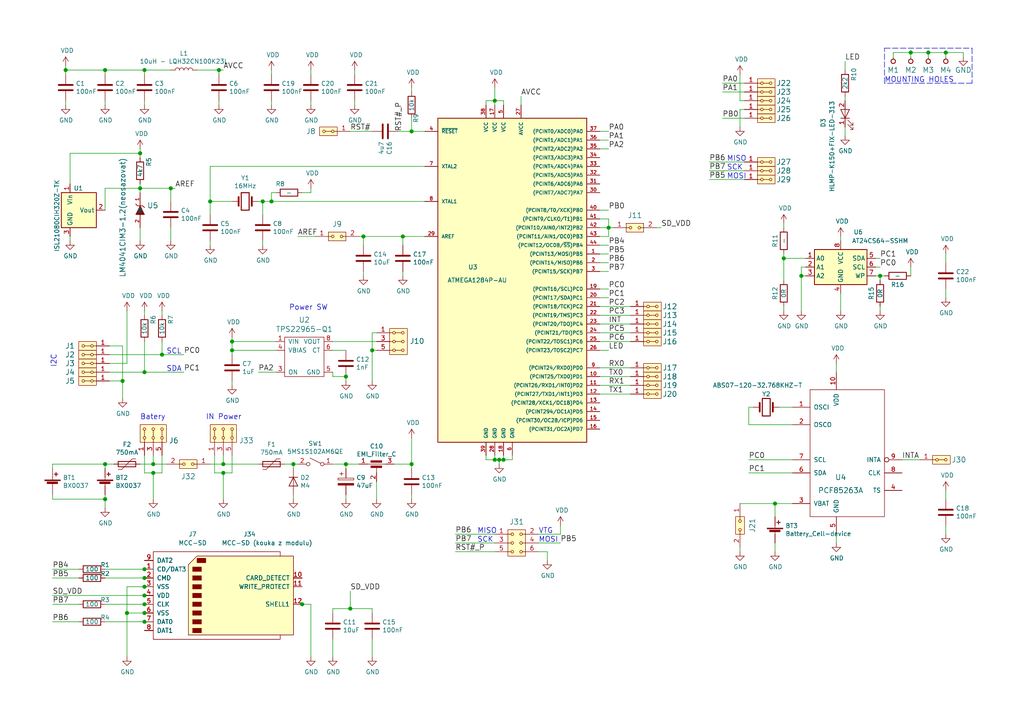
<source format=kicad_sch>
(kicad_sch (version 20201015) (generator eeschema)
  (page 1 1)
  (paper "A4")
  (title_block (title "NAME") (date "%F") (rev "REV") (company "Mlab www.mlab.cz") (comment 1 "VERSION") (comment 2 "Short description \\nTwo lines are maximum") (comment 3 "nickname <email@example.com>") (comment 4 "BSD"))
  (junction (at 19.05 20.32) (diameter 1.016))
  (junction (at 30.48 20.32) (diameter 1.016))
  (junction (at 30.48 134.62) (diameter 1.016))
  (junction (at 30.48 144.78) (diameter 1.016))
  (junction (at 35.56 110.49) (diameter 1.016))
  (junction (at 36.83 177.8) (diameter 1.016))
  (junction (at 40.64 44.45) (diameter 1.016))
  (junction (at 40.64 54.61) (diameter 1.016))
  (junction (at 41.91 20.32) (diameter 1.016))
  (junction (at 41.91 107.95) (diameter 1.016))
  (junction (at 41.91 165.1) (diameter 1.016))
  (junction (at 41.91 167.64) (diameter 1.016))
  (junction (at 41.91 170.18) (diameter 1.016))
  (junction (at 41.91 172.72) (diameter 1.016))
  (junction (at 41.91 175.26) (diameter 1.016))
  (junction (at 41.91 177.8) (diameter 1.016))
  (junction (at 41.91 180.34) (diameter 1.016))
  (junction (at 44.45 134.62) (diameter 1.016))
  (junction (at 44.45 137.16) (diameter 1.016))
  (junction (at 46.99 102.87) (diameter 1.016))
  (junction (at 49.53 54.61) (diameter 1.016))
  (junction (at 60.96 58.42) (diameter 1.016))
  (junction (at 63.5 20.32) (diameter 1.016))
  (junction (at 64.77 134.62) (diameter 1.016))
  (junction (at 64.77 137.16) (diameter 1.016))
  (junction (at 67.31 99.06) (diameter 1.016))
  (junction (at 67.31 101.6) (diameter 1.016))
  (junction (at 76.2 58.42) (diameter 1.016))
  (junction (at 78.74 58.42) (diameter 1.016))
  (junction (at 85.09 134.62) (diameter 1.016))
  (junction (at 87.63 175.26) (diameter 1.016))
  (junction (at 100.33 109.22) (diameter 1.016))
  (junction (at 100.33 134.62) (diameter 1.016))
  (junction (at 101.6 176.53) (diameter 1.016))
  (junction (at 105.41 68.58) (diameter 1.016))
  (junction (at 107.95 101.6) (diameter 1.016))
  (junction (at 116.84 68.58) (diameter 1.016))
  (junction (at 119.38 38.1) (diameter 1.016))
  (junction (at 119.38 134.62) (diameter 1.016))
  (junction (at 143.51 29.21) (diameter 1.016))
  (junction (at 143.51 133.35) (diameter 1.016))
  (junction (at 144.78 133.35) (diameter 1.016))
  (junction (at 146.05 133.35) (diameter 1.016))
  (junction (at 176.53 66.04) (diameter 1.016))
  (junction (at 224.79 146.05) (diameter 1.016))
  (junction (at 227.33 74.93) (diameter 1.016))
  (junction (at 232.41 80.01) (diameter 1.016))
  (junction (at 255.27 80.01) (diameter 1.016))
  (junction (at 264.16 15.24) (diameter 1.016))
  (junction (at 269.24 15.24) (diameter 1.016))
  (junction (at 274.32 15.24) (diameter 1.016))
  (wire (pts (xy 15.24 134.62) (xy 30.48 134.62)))
  (wire (pts (xy 15.24 135.89) (xy 15.24 134.62)))
  (wire (pts (xy 15.24 143.51) (xy 15.24 144.78)))
  (wire (pts (xy 15.24 144.78) (xy 30.48 144.78)))
  (wire (pts (xy 15.24 172.72) (xy 41.91 172.72)))
  (wire (pts (xy 19.05 20.32) (xy 19.05 19.05)))
  (wire (pts (xy 19.05 20.32) (xy 30.48 20.32)))
  (wire (pts (xy 19.05 21.59) (xy 19.05 20.32)))
  (wire (pts (xy 19.05 30.48) (xy 19.05 29.21)))
  (wire (pts (xy 20.32 44.45) (xy 20.32 53.34)))
  (wire (pts (xy 20.32 69.85) (xy 20.32 68.58)))
  (wire (pts (xy 22.86 165.1) (xy 15.24 165.1)))
  (wire (pts (xy 22.86 167.64) (xy 15.24 167.64)))
  (wire (pts (xy 22.86 175.26) (xy 15.24 175.26)))
  (wire (pts (xy 22.86 180.34) (xy 15.24 180.34)))
  (wire (pts (xy 30.48 20.32) (xy 41.91 20.32)))
  (wire (pts (xy 30.48 21.59) (xy 30.48 20.32)))
  (wire (pts (xy 30.48 30.48) (xy 30.48 29.21)))
  (wire (pts (xy 30.48 54.61) (xy 30.48 60.96)))
  (wire (pts (xy 30.48 54.61) (xy 40.64 54.61)))
  (wire (pts (xy 30.48 134.62) (xy 33.02 134.62)))
  (wire (pts (xy 30.48 135.89) (xy 30.48 134.62)))
  (wire (pts (xy 30.48 143.51) (xy 30.48 144.78)))
  (wire (pts (xy 30.48 147.32) (xy 30.48 144.78)))
  (wire (pts (xy 30.48 165.1) (xy 41.91 165.1)))
  (wire (pts (xy 30.48 167.64) (xy 41.91 167.64)))
  (wire (pts (xy 30.48 175.26) (xy 41.91 175.26)))
  (wire (pts (xy 30.48 180.34) (xy 41.91 180.34)))
  (wire (pts (xy 31.75 100.33) (xy 35.56 100.33)))
  (wire (pts (xy 31.75 102.87) (xy 46.99 102.87)))
  (wire (pts (xy 31.75 105.41) (xy 36.83 105.41)))
  (wire (pts (xy 31.75 107.95) (xy 41.91 107.95)))
  (wire (pts (xy 31.75 110.49) (xy 35.56 110.49)))
  (wire (pts (xy 35.56 100.33) (xy 35.56 110.49)))
  (wire (pts (xy 35.56 110.49) (xy 35.56 115.57)))
  (wire (pts (xy 36.83 90.17) (xy 36.83 105.41)))
  (wire (pts (xy 36.83 170.18) (xy 36.83 177.8)))
  (wire (pts (xy 36.83 177.8) (xy 36.83 190.5)))
  (wire (pts (xy 40.64 44.45) (xy 20.32 44.45)))
  (wire (pts (xy 40.64 44.45) (xy 40.64 43.18)))
  (wire (pts (xy 40.64 45.72) (xy 40.64 44.45)))
  (wire (pts (xy 40.64 54.61) (xy 40.64 53.34)))
  (wire (pts (xy 40.64 54.61) (xy 49.53 54.61)))
  (wire (pts (xy 40.64 55.88) (xy 40.64 54.61)))
  (wire (pts (xy 40.64 69.85) (xy 40.64 66.04)))
  (wire (pts (xy 40.64 134.62) (xy 44.45 134.62)))
  (wire (pts (xy 41.91 20.32) (xy 49.53 20.32)))
  (wire (pts (xy 41.91 21.59) (xy 41.91 20.32)))
  (wire (pts (xy 41.91 30.48) (xy 41.91 29.21)))
  (wire (pts (xy 41.91 90.17) (xy 41.91 91.44)))
  (wire (pts (xy 41.91 99.06) (xy 41.91 107.95)))
  (wire (pts (xy 41.91 107.95) (xy 53.34 107.95)))
  (wire (pts (xy 41.91 132.08) (xy 41.91 137.16)))
  (wire (pts (xy 41.91 137.16) (xy 44.45 137.16)))
  (wire (pts (xy 41.91 170.18) (xy 36.83 170.18)))
  (wire (pts (xy 41.91 177.8) (xy 36.83 177.8)))
  (wire (pts (xy 44.45 132.08) (xy 44.45 134.62)))
  (wire (pts (xy 44.45 134.62) (xy 48.26 134.62)))
  (wire (pts (xy 44.45 137.16) (xy 46.99 137.16)))
  (wire (pts (xy 44.45 144.78) (xy 44.45 137.16)))
  (wire (pts (xy 46.99 90.17) (xy 46.99 91.44)))
  (wire (pts (xy 46.99 99.06) (xy 46.99 102.87)))
  (wire (pts (xy 46.99 102.87) (xy 53.34 102.87)))
  (wire (pts (xy 46.99 137.16) (xy 46.99 132.08)))
  (wire (pts (xy 49.53 54.61) (xy 49.53 58.42)))
  (wire (pts (xy 49.53 54.61) (xy 50.8 54.61)))
  (wire (pts (xy 49.53 69.85) (xy 49.53 66.04)))
  (wire (pts (xy 57.15 20.32) (xy 63.5 20.32)))
  (wire (pts (xy 60.96 48.26) (xy 60.96 58.42)))
  (wire (pts (xy 60.96 48.26) (xy 123.19 48.26)))
  (wire (pts (xy 60.96 58.42) (xy 60.96 62.23)))
  (wire (pts (xy 60.96 71.12) (xy 60.96 69.85)))
  (wire (pts (xy 60.96 134.62) (xy 64.77 134.62)))
  (wire (pts (xy 62.23 132.08) (xy 62.23 137.16)))
  (wire (pts (xy 62.23 137.16) (xy 64.77 137.16)))
  (wire (pts (xy 63.5 20.32) (xy 63.5 21.59)))
  (wire (pts (xy 63.5 30.48) (xy 63.5 29.21)))
  (wire (pts (xy 64.77 20.32) (xy 63.5 20.32)))
  (wire (pts (xy 64.77 132.08) (xy 64.77 134.62)))
  (wire (pts (xy 64.77 134.62) (xy 74.93 134.62)))
  (wire (pts (xy 64.77 137.16) (xy 64.77 144.78)))
  (wire (pts (xy 64.77 137.16) (xy 67.31 137.16)))
  (wire (pts (xy 67.31 58.42) (xy 60.96 58.42)))
  (wire (pts (xy 67.31 97.79) (xy 67.31 99.06)))
  (wire (pts (xy 67.31 99.06) (xy 67.31 101.6)))
  (wire (pts (xy 67.31 99.06) (xy 80.01 99.06)))
  (wire (pts (xy 67.31 101.6) (xy 67.31 102.87)))
  (wire (pts (xy 67.31 101.6) (xy 80.01 101.6)))
  (wire (pts (xy 67.31 111.76) (xy 67.31 110.49)))
  (wire (pts (xy 67.31 137.16) (xy 67.31 132.08)))
  (wire (pts (xy 76.2 58.42) (xy 74.93 58.42)))
  (wire (pts (xy 76.2 58.42) (xy 76.2 62.23)))
  (wire (pts (xy 76.2 58.42) (xy 78.74 58.42)))
  (wire (pts (xy 76.2 71.12) (xy 76.2 69.85)))
  (wire (pts (xy 78.74 20.32) (xy 78.74 21.59)))
  (wire (pts (xy 78.74 30.48) (xy 78.74 29.21)))
  (wire (pts (xy 78.74 55.88) (xy 80.01 55.88)))
  (wire (pts (xy 78.74 58.42) (xy 78.74 55.88)))
  (wire (pts (xy 78.74 58.42) (xy 123.19 58.42)))
  (wire (pts (xy 80.01 107.95) (xy 74.93 107.95)))
  (wire (pts (xy 82.55 134.62) (xy 85.09 134.62)))
  (wire (pts (xy 85.09 134.62) (xy 86.36 134.62)))
  (wire (pts (xy 85.09 135.89) (xy 85.09 134.62)))
  (wire (pts (xy 85.09 144.78) (xy 85.09 143.51)))
  (wire (pts (xy 87.63 55.88) (xy 90.17 55.88)))
  (wire (pts (xy 87.63 175.26) (xy 90.17 175.26)))
  (wire (pts (xy 90.17 20.32) (xy 90.17 21.59)))
  (wire (pts (xy 90.17 30.48) (xy 90.17 29.21)))
  (wire (pts (xy 90.17 55.88) (xy 90.17 54.61)))
  (wire (pts (xy 90.17 175.26) (xy 90.17 190.5)))
  (wire (pts (xy 91.44 68.58) (xy 86.36 68.58)))
  (wire (pts (xy 96.52 99.06) (xy 109.22 99.06)))
  (wire (pts (xy 96.52 101.6) (xy 100.33 101.6)))
  (wire (pts (xy 96.52 107.95) (xy 96.52 109.22)))
  (wire (pts (xy 96.52 109.22) (xy 100.33 109.22)))
  (wire (pts (xy 96.52 134.62) (xy 100.33 134.62)))
  (wire (pts (xy 96.52 176.53) (xy 101.6 176.53)))
  (wire (pts (xy 96.52 177.8) (xy 96.52 176.53)))
  (wire (pts (xy 96.52 190.5) (xy 96.52 185.42)))
  (wire (pts (xy 100.33 110.49) (xy 100.33 109.22)))
  (wire (pts (xy 100.33 134.62) (xy 104.14 134.62)))
  (wire (pts (xy 100.33 135.89) (xy 100.33 134.62)))
  (wire (pts (xy 100.33 143.51) (xy 100.33 144.78)))
  (wire (pts (xy 101.6 38.1) (xy 107.95 38.1)))
  (wire (pts (xy 101.6 176.53) (xy 101.6 171.45)))
  (wire (pts (xy 101.6 176.53) (xy 107.95 176.53)))
  (wire (pts (xy 102.87 20.32) (xy 102.87 21.59)))
  (wire (pts (xy 102.87 30.48) (xy 102.87 29.21)))
  (wire (pts (xy 104.14 68.58) (xy 105.41 68.58)))
  (wire (pts (xy 105.41 68.58) (xy 105.41 71.12)))
  (wire (pts (xy 105.41 68.58) (xy 116.84 68.58)))
  (wire (pts (xy 105.41 80.01) (xy 105.41 78.74)))
  (wire (pts (xy 107.95 96.52) (xy 107.95 101.6)))
  (wire (pts (xy 107.95 101.6) (xy 107.95 110.49)))
  (wire (pts (xy 107.95 176.53) (xy 107.95 177.8)))
  (wire (pts (xy 107.95 185.42) (xy 107.95 190.5)))
  (wire (pts (xy 109.22 96.52) (xy 107.95 96.52)))
  (wire (pts (xy 109.22 101.6) (xy 107.95 101.6)))
  (wire (pts (xy 109.22 139.7) (xy 109.22 144.78)))
  (wire (pts (xy 114.3 134.62) (xy 119.38 134.62)))
  (wire (pts (xy 115.57 38.1) (xy 119.38 38.1)))
  (wire (pts (xy 116.84 68.58) (xy 123.19 68.58)))
  (wire (pts (xy 116.84 71.12) (xy 116.84 68.58)))
  (wire (pts (xy 116.84 80.01) (xy 116.84 78.74)))
  (wire (pts (xy 119.38 26.67) (xy 119.38 25.4)))
  (wire (pts (xy 119.38 34.29) (xy 119.38 38.1)))
  (wire (pts (xy 119.38 38.1) (xy 123.19 38.1)))
  (wire (pts (xy 119.38 127) (xy 119.38 134.62)))
  (wire (pts (xy 119.38 134.62) (xy 119.38 135.89)))
  (wire (pts (xy 119.38 144.78) (xy 119.38 143.51)))
  (wire (pts (xy 132.08 154.94) (xy 143.51 154.94)))
  (wire (pts (xy 132.08 157.48) (xy 143.51 157.48)))
  (wire (pts (xy 132.08 160.02) (xy 143.51 160.02)))
  (wire (pts (xy 140.97 29.21) (xy 143.51 29.21)))
  (wire (pts (xy 140.97 30.48) (xy 140.97 29.21)))
  (wire (pts (xy 140.97 132.08) (xy 140.97 133.35)))
  (wire (pts (xy 140.97 133.35) (xy 143.51 133.35)))
  (wire (pts (xy 143.51 29.21) (xy 143.51 25.4)))
  (wire (pts (xy 143.51 29.21) (xy 146.05 29.21)))
  (wire (pts (xy 143.51 30.48) (xy 143.51 29.21)))
  (wire (pts (xy 143.51 132.08) (xy 143.51 133.35)))
  (wire (pts (xy 143.51 133.35) (xy 144.78 133.35)))
  (wire (pts (xy 144.78 133.35) (xy 146.05 133.35)))
  (wire (pts (xy 144.78 134.62) (xy 144.78 133.35)))
  (wire (pts (xy 146.05 29.21) (xy 146.05 30.48)))
  (wire (pts (xy 146.05 132.08) (xy 146.05 133.35)))
  (wire (pts (xy 146.05 133.35) (xy 148.59 133.35)))
  (wire (pts (xy 148.59 133.35) (xy 148.59 132.08)))
  (wire (pts (xy 151.13 30.48) (xy 151.13 27.94)))
  (wire (pts (xy 156.21 154.94) (xy 162.56 154.94)))
  (wire (pts (xy 156.21 157.48) (xy 162.56 157.48)))
  (wire (pts (xy 156.21 160.02) (xy 158.75 160.02)))
  (wire (pts (xy 158.75 160.02) (xy 158.75 162.56)))
  (wire (pts (xy 162.56 154.94) (xy 162.56 152.4)))
  (wire (pts (xy 173.99 38.1) (xy 176.53 38.1)))
  (wire (pts (xy 173.99 40.64) (xy 176.53 40.64)))
  (wire (pts (xy 173.99 43.18) (xy 176.53 43.18)))
  (wire (pts (xy 173.99 60.96) (xy 176.53 60.96)))
  (wire (pts (xy 173.99 63.5) (xy 176.53 63.5)))
  (wire (pts (xy 173.99 66.04) (xy 176.53 66.04)))
  (wire (pts (xy 173.99 71.12) (xy 176.53 71.12)))
  (wire (pts (xy 173.99 73.66) (xy 176.53 73.66)))
  (wire (pts (xy 173.99 76.2) (xy 176.53 76.2)))
  (wire (pts (xy 173.99 78.74) (xy 176.53 78.74)))
  (wire (pts (xy 173.99 83.82) (xy 176.53 83.82)))
  (wire (pts (xy 173.99 86.36) (xy 176.53 86.36)))
  (wire (pts (xy 173.99 88.9) (xy 182.88 88.9)))
  (wire (pts (xy 173.99 91.44) (xy 182.88 91.44)))
  (wire (pts (xy 173.99 93.98) (xy 182.88 93.98)))
  (wire (pts (xy 173.99 96.52) (xy 182.88 96.52)))
  (wire (pts (xy 173.99 99.06) (xy 182.88 99.06)))
  (wire (pts (xy 173.99 101.6) (xy 176.53 101.6)))
  (wire (pts (xy 173.99 106.68) (xy 182.88 106.68)))
  (wire (pts (xy 173.99 109.22) (xy 182.88 109.22)))
  (wire (pts (xy 173.99 111.76) (xy 182.88 111.76)))
  (wire (pts (xy 173.99 114.3) (xy 182.88 114.3)))
  (wire (pts (xy 176.53 63.5) (xy 176.53 66.04)))
  (wire (pts (xy 176.53 66.04) (xy 176.53 68.58)))
  (wire (pts (xy 176.53 66.04) (xy 177.8 66.04)))
  (wire (pts (xy 176.53 68.58) (xy 173.99 68.58)))
  (wire (pts (xy 190.5 66.04) (xy 191.77 66.04)))
  (wire (pts (xy 205.74 46.99) (xy 215.9 46.99)))
  (wire (pts (xy 205.74 49.53) (xy 215.9 49.53)))
  (wire (pts (xy 205.74 52.07) (xy 215.9 52.07)))
  (wire (pts (xy 209.55 24.13) (xy 215.9 24.13)))
  (wire (pts (xy 209.55 26.67) (xy 215.9 26.67)))
  (wire (pts (xy 209.55 34.29) (xy 215.9 34.29)))
  (wire (pts (xy 214.63 29.21) (xy 214.63 21.59)))
  (wire (pts (xy 214.63 31.75) (xy 214.63 36.83)))
  (wire (pts (xy 214.63 146.05) (xy 224.79 146.05)))
  (wire (pts (xy 214.63 160.02) (xy 214.63 158.75)))
  (wire (pts (xy 215.9 29.21) (xy 214.63 29.21)))
  (wire (pts (xy 215.9 31.75) (xy 214.63 31.75)))
  (wire (pts (xy 217.17 118.11) (xy 217.17 123.19)))
  (wire (pts (xy 217.17 123.19) (xy 229.87 123.19)))
  (wire (pts (xy 217.17 137.16) (xy 229.87 137.16)))
  (wire (pts (xy 218.44 118.11) (xy 217.17 118.11)))
  (wire (pts (xy 224.79 146.05) (xy 229.87 146.05)))
  (wire (pts (xy 224.79 149.86) (xy 224.79 146.05)))
  (wire (pts (xy 224.79 160.02) (xy 224.79 157.48)))
  (wire (pts (xy 227.33 64.77) (xy 227.33 66.04)))
  (wire (pts (xy 227.33 73.66) (xy 227.33 74.93)))
  (wire (pts (xy 227.33 74.93) (xy 227.33 81.28)))
  (wire (pts (xy 227.33 90.17) (xy 227.33 88.9)))
  (wire (pts (xy 229.87 118.11) (xy 226.06 118.11)))
  (wire (pts (xy 229.87 133.35) (xy 217.17 133.35)))
  (wire (pts (xy 232.41 77.47) (xy 232.41 80.01)))
  (wire (pts (xy 232.41 80.01) (xy 232.41 90.17)))
  (wire (pts (xy 233.68 74.93) (xy 227.33 74.93)))
  (wire (pts (xy 233.68 77.47) (xy 232.41 77.47)))
  (wire (pts (xy 233.68 80.01) (xy 232.41 80.01)))
  (wire (pts (xy 242.57 107.95) (xy 242.57 105.41)))
  (wire (pts (xy 242.57 157.48) (xy 242.57 154.94)))
  (wire (pts (xy 243.84 69.85) (xy 243.84 68.58)))
  (wire (pts (xy 243.84 85.09) (xy 243.84 90.17)))
  (wire (pts (xy 245.11 20.32) (xy 245.11 17.78)))
  (wire (pts (xy 245.11 29.21) (xy 245.11 27.94)))
  (wire (pts (xy 245.11 39.37) (xy 245.11 36.83)))
  (wire (pts (xy 254 74.93) (xy 255.27 74.93)))
  (wire (pts (xy 254 77.47) (xy 255.27 77.47)))
  (wire (pts (xy 254 80.01) (xy 255.27 80.01)))
  (wire (pts (xy 255.27 80.01) (xy 256.54 80.01)))
  (wire (pts (xy 255.27 81.28) (xy 255.27 80.01)))
  (wire (pts (xy 255.27 90.17) (xy 255.27 88.9)))
  (wire (pts (xy 259.08 15.24) (xy 259.08 16.51)))
  (wire (pts (xy 261.62 133.35) (xy 266.7 133.35)))
  (wire (pts (xy 264.16 15.24) (xy 259.08 15.24)))
  (wire (pts (xy 264.16 16.51) (xy 264.16 15.24)))
  (wire (pts (xy 264.16 77.47) (xy 264.16 80.01)))
  (wire (pts (xy 269.24 15.24) (xy 264.16 15.24)))
  (wire (pts (xy 269.24 16.51) (xy 269.24 15.24)))
  (wire (pts (xy 274.32 15.24) (xy 269.24 15.24)))
  (wire (pts (xy 274.32 16.51) (xy 274.32 15.24)))
  (wire (pts (xy 274.32 73.66) (xy 274.32 76.2)))
  (wire (pts (xy 274.32 83.82) (xy 274.32 86.36)))
  (wire (pts (xy 274.32 142.24) (xy 274.32 144.78)))
  (wire (pts (xy 274.32 152.4) (xy 274.32 154.94)))
  (wire (pts (xy 279.4 15.24) (xy 274.32 15.24)))
  (wire (pts (xy 279.4 16.51) (xy 279.4 15.24)))
  (polyline (pts (xy 256.54 13.97) (xy 281.94 13.97)) (stroke (width 0) (type dash)))
  (polyline (pts (xy 256.54 24.13) (xy 256.54 13.97)) (stroke (width 0) (type dash)))
  (polyline (pts (xy 281.94 13.97) (xy 281.94 24.13)) (stroke (width 0) (type dash)))
  (polyline (pts (xy 281.94 24.13) (xy 256.54 24.13)) (stroke (width 0) (type dash)))
  (text "I2C" (at 16.51 106.68 90) (effects (font (size 1.524 1.524)) (justify left bottom)))
  (text "Batery" (at 40.64 121.92 0) (effects (font (size 1.524 1.524)) (justify left bottom)))
  (text "SCL" (at 48.26 102.87 0) (effects (font (size 1.524 1.524)) (justify left bottom)))
  (text "SDA" (at 48.26 107.95 0) (effects (font (size 1.524 1.524)) (justify left bottom)))
  (text "IN Power " (at 59.69 121.92 0) (effects (font (size 1.524 1.524)) (justify left bottom)))
  (text "Power SW" (at 83.82 90.17 0) (effects (font (size 1.524 1.524)) (justify left bottom)))
  (text "MISO" (at 138.43 154.94 0) (effects (font (size 1.524 1.524)) (justify left bottom)))
  (text "SCK" (at 138.43 157.48 0) (effects (font (size 1.524 1.524)) (justify left bottom)))
  (text "VTG" (at 156.21 154.94 0) (effects (font (size 1.524 1.524)) (justify left bottom)))
  (text "MOSI" (at 156.21 157.48 0) (effects (font (size 1.524 1.524)) (justify left bottom)))
  (text "MISO" (at 210.82 46.99 0) (effects (font (size 1.524 1.524)) (justify left bottom)))
  (text "SCK" (at 210.82 49.53 0) (effects (font (size 1.524 1.524)) (justify left bottom)))
  (text "MOSI" (at 210.82 52.07 0) (effects (font (size 1.524 1.524)) (justify left bottom)))
  (text "MOUNTING HOLES" (at 256.54 24.13 0) (effects (font (size 1.524 1.524)) (justify left bottom)))
  (label "PB4" (at 15.24 165.1 0) (effects (font (size 1.524 1.524))))
  (label "PB5" (at 15.24 167.64 0) (effects (font (size 1.524 1.524))))
  (label "SD_VDD" (at 15.24 172.72 0) (effects (font (size 1.524 1.524))))
  (label "PB7" (at 15.24 175.26 0) (effects (font (size 1.524 1.524))))
  (label "PB6" (at 15.24 180.34 0) (effects (font (size 1.524 1.524))))
  (label "AREF" (at 50.8 54.61 0) (effects (font (size 1.524 1.524))))
  (label "PC0" (at 53.34 102.87 0) (effects (font (size 1.524 1.524))))
  (label "PC1" (at 53.34 107.95 0) (effects (font (size 1.524 1.524))))
  (label "AVCC" (at 64.77 20.32 0) (effects (font (size 1.524 1.524))))
  (label "PA2" (at 74.93 107.95 0) (effects (font (size 1.524 1.524))))
  (label "AREF" (at 86.36 68.58 0) (effects (font (size 1.524 1.524))))
  (label "RST#" (at 101.6 38.1 0) (effects (font (size 1.524 1.524))))
  (label "SD_VDD" (at 101.6 171.45 0) (effects (font (size 1.524 1.524))))
  (label "RST#_P" (at 116.84 38.1 90) (effects (font (size 1.524 1.524))))
  (label "PB6" (at 132.08 154.94 0) (effects (font (size 1.524 1.524))))
  (label "PB7" (at 132.08 157.48 0) (effects (font (size 1.524 1.524))))
  (label "RST#_P" (at 132.08 160.02 0) (effects (font (size 1.524 1.524))))
  (label "AVCC" (at 151.13 27.94 0) (effects (font (size 1.524 1.524))))
  (label "PB5" (at 162.56 157.48 0) (effects (font (size 1.524 1.524))))
  (label "PA0" (at 176.53 38.1 0) (effects (font (size 1.524 1.524))))
  (label "PA1" (at 176.53 40.64 0) (effects (font (size 1.524 1.524))))
  (label "PA2" (at 176.53 43.18 0) (effects (font (size 1.524 1.524))))
  (label "PB0" (at 176.53 60.96 0) (effects (font (size 1.524 1.524))))
  (label "PB4" (at 176.53 71.12 0) (effects (font (size 1.524 1.524))))
  (label "PB5" (at 176.53 73.66 0) (effects (font (size 1.524 1.524))))
  (label "PB6" (at 176.53 76.2 0) (effects (font (size 1.524 1.524))))
  (label "PB7" (at 176.53 78.74 0) (effects (font (size 1.524 1.524))))
  (label "PC0" (at 176.53 83.82 0) (effects (font (size 1.524 1.524))))
  (label "PC1" (at 176.53 86.36 0) (effects (font (size 1.524 1.524))))
  (label "PC2" (at 176.53 88.9 0) (effects (font (size 1.524 1.524))))
  (label "PC3" (at 176.53 91.44 0) (effects (font (size 1.524 1.524))))
  (label "INT" (at 176.53 93.98 0) (effects (font (size 1.524 1.524))))
  (label "PC5" (at 176.53 96.52 0) (effects (font (size 1.524 1.524))))
  (label "PC6" (at 176.53 99.06 0) (effects (font (size 1.524 1.524))))
  (label "LED" (at 176.53 101.6 0) (effects (font (size 1.524 1.524))))
  (label "RX0" (at 176.53 106.68 0) (effects (font (size 1.524 1.524))))
  (label "TX0" (at 176.53 109.22 0) (effects (font (size 1.524 1.524))))
  (label "RX1" (at 176.53 111.76 0) (effects (font (size 1.524 1.524))))
  (label "TX1" (at 176.53 114.3 0) (effects (font (size 1.524 1.524))))
  (label "SD_VDD" (at 191.77 66.04 0) (effects (font (size 1.524 1.524))))
  (label "PB6" (at 205.74 46.99 0) (effects (font (size 1.524 1.524))))
  (label "PB7" (at 205.74 49.53 0) (effects (font (size 1.524 1.524))))
  (label "PB5" (at 205.74 52.07 0) (effects (font (size 1.524 1.524))))
  (label "PA0" (at 209.55 24.13 0) (effects (font (size 1.524 1.524))))
  (label "PA1" (at 209.55 26.67 0) (effects (font (size 1.524 1.524))))
  (label "PB0" (at 209.55 34.29 0) (effects (font (size 1.524 1.524))))
  (label "PC0" (at 217.17 133.35 0) (effects (font (size 1.524 1.524))))
  (label "PC1" (at 217.17 137.16 0) (effects (font (size 1.524 1.524))))
  (label "LED" (at 245.11 17.78 0) (effects (font (size 1.524 1.524))))
  (label "PC1" (at 255.27 74.93 0) (effects (font (size 1.524 1.524))))
  (label "PC0" (at 255.27 77.47 0) (effects (font (size 1.524 1.524))))
  (label "INTA" (at 261.62 133.35 0) (effects (font (size 1.524 1.524))))
  (symbol (lib_id "DATALOGGER01A-rescue:HOLE-MLAB_MECHANICAL") (at 259.08 17.78 90) (unit 1)
    (property "Reference" "M1" (at 259.08 20.32 90) (effects (font (size 1.524 1.524))))
    (property "Value" "HOLE" (effects hide))
    (property "Footprint" "Mlab_Mechanical:MountingHole_3mm" (effects hide))
  )
  (symbol (lib_id "DATALOGGER01A-rescue:HOLE-MLAB_MECHANICAL") (at 264.16 17.78 90) (unit 1)
    (property "Reference" "M2" (at 264.16 20.32 90) (effects (font (size 1.524 1.524))))
    (property "Value" "HOLE" (effects hide))
    (property "Footprint" "Mlab_Mechanical:MountingHole_3mm" (effects hide))
  )
  (symbol (lib_id "DATALOGGER01A-rescue:HOLE-MLAB_MECHANICAL") (at 269.24 17.78 90) (unit 1)
    (property "Reference" "M3" (at 269.24 20.32 90) (effects (font (size 1.524 1.524))))
    (property "Value" "HOLE" (effects hide))
    (property "Footprint" "Mlab_Mechanical:MountingHole_3mm" (effects hide))
  )
  (symbol (lib_id "DATALOGGER01A-rescue:HOLE-MLAB_MECHANICAL") (at 274.32 17.78 90) (unit 1)
    (property "Reference" "M4" (at 274.32 20.32 90) (effects (font (size 1.524 1.524))))
    (property "Value" "HOLE" (effects hide))
    (property "Footprint" "Mlab_Mechanical:MountingHole_3mm" (effects hide))
  )
  (symbol (lib_id "power:VDD") (at 19.05 19.05 0) (unit 1)
    (property "Reference" "#PWR014" (effects hide))
    (property "Value" "VDD" (at 19.4818 14.6558 0))
  )
  (symbol (lib_id "power:VDD") (at 36.83 90.17 0) (unit 1)
    (property "Reference" "#PWR06" (effects hide))
    (property "Value" "VDD" (at 37.2618 85.7758 0))
  )
  (symbol (lib_id "power:VDD") (at 40.64 43.18 0) (unit 1)
    (property "Reference" "#PWR032" (effects hide))
    (property "Value" "VDD" (at 41.0718 38.7858 0))
  )
  (symbol (lib_id "power:VDD") (at 41.91 90.17 0) (unit 1)
    (property "Reference" "#PWR025" (effects hide))
    (property "Value" "VDD" (at 42.3418 85.7758 0))
  )
  (symbol (lib_id "power:VDD") (at 46.99 90.17 0) (unit 1)
    (property "Reference" "#PWR026" (effects hide))
    (property "Value" "VDD" (at 47.4218 85.7758 0))
  )
  (symbol (lib_id "power:VDD") (at 67.31 97.79 0) (unit 1)
    (property "Reference" "#PWR038" (effects hide))
    (property "Value" "VDD" (at 67.7418 93.3958 0))
  )
  (symbol (lib_id "power:VDD") (at 78.74 20.32 0) (unit 1)
    (property "Reference" "#PWR0104" (effects hide))
    (property "Value" "VDD" (at 79.1718 15.9258 0))
  )
  (symbol (lib_id "power:VDD") (at 90.17 20.32 0) (unit 1)
    (property "Reference" "#PWR0106" (effects hide))
    (property "Value" "VDD" (at 90.6018 15.9258 0))
  )
  (symbol (lib_id "power:VDD") (at 90.17 54.61 0) (unit 1)
    (property "Reference" "#PWR019" (effects hide))
    (property "Value" "VDD" (at 90.6018 50.2158 0))
  )
  (symbol (lib_id "power:VDD") (at 102.87 20.32 0) (unit 1)
    (property "Reference" "#PWR0108" (effects hide))
    (property "Value" "VDD" (at 103.3018 15.9258 0))
  )
  (symbol (lib_id "power:VDD") (at 119.38 25.4 0) (unit 1)
    (property "Reference" "#PWR012" (effects hide))
    (property "Value" "VDD" (at 119.8118 21.0058 0))
  )
  (symbol (lib_id "power:VDD") (at 119.38 127 0) (unit 1)
    (property "Reference" "#PWR041" (effects hide))
    (property "Value" "VDD" (at 119.8118 122.6058 0))
  )
  (symbol (lib_id "power:VDD") (at 143.51 25.4 0) (unit 1)
    (property "Reference" "#PWR013" (effects hide))
    (property "Value" "VDD" (at 143.9418 21.0058 0))
  )
  (symbol (lib_id "power:VDD") (at 162.56 152.4 0) (unit 1)
    (property "Reference" "#PWR0101" (effects hide))
    (property "Value" "VDD" (at 162.9918 148.0058 0))
  )
  (symbol (lib_id "power:VDD") (at 214.63 21.59 0) (unit 1)
    (property "Reference" "#PWR08" (effects hide))
    (property "Value" "VDD" (at 215.0618 17.1958 0))
  )
  (symbol (lib_id "power:VDD") (at 227.33 64.77 0) (unit 1)
    (property "Reference" "#PWR057" (effects hide))
    (property "Value" "VDD" (at 227.7618 60.3758 0))
  )
  (symbol (lib_id "power:VDD") (at 242.57 105.41 0) (unit 1)
    (property "Reference" "#PWR027" (effects hide))
    (property "Value" "VDD" (at 243.0018 101.0158 0))
  )
  (symbol (lib_id "power:VDD") (at 243.84 68.58 0) (unit 1)
    (property "Reference" "#PWR050" (effects hide))
    (property "Value" "VDD" (at 244.2718 64.1858 0))
  )
  (symbol (lib_id "power:VDD") (at 264.16 77.47 0) (unit 1)
    (property "Reference" "#PWR052" (effects hide))
    (property "Value" "VDD" (at 264.5918 73.0758 0))
  )
  (symbol (lib_id "power:VDD") (at 274.32 73.66 0) (unit 1)
    (property "Reference" "#PWR049" (effects hide))
    (property "Value" "VDD" (at 274.7518 69.2658 0))
  )
  (symbol (lib_id "power:VDD") (at 274.32 142.24 0) (unit 1)
    (property "Reference" "#PWR031" (effects hide))
    (property "Value" "VDD" (at 274.7518 137.8458 0))
  )
  (symbol (lib_id "DATALOGGER01A-rescue:L-device") (at 53.34 20.32 90) (unit 1)
    (property "Reference" "L1" (at 53.34 15.494 90))
    (property "Value" "10uH - LQH32CN100K23L" (at 53.34 17.8054 90))
    (property "Footprint" "Mlab_R:SMD-1210" (effects hide))
  )
  (symbol (lib_id "power:GND") (at 19.05 30.48 0) (unit 1)
    (property "Reference" "#PWR015" (effects hide))
    (property "Value" "GND" (at 19.177 34.8742 0))
  )
  (symbol (lib_id "power:GND") (at 20.32 69.85 0) (unit 1)
    (property "Reference" "#PWR033" (effects hide))
    (property "Value" "GND" (at 20.447 74.2442 0))
  )
  (symbol (lib_id "power:GND") (at 30.48 30.48 0) (unit 1)
    (property "Reference" "#PWR016" (effects hide))
    (property "Value" "GND" (at 30.607 34.8742 0))
  )
  (symbol (lib_id "power:GND") (at 30.48 147.32 0) (unit 1)
    (property "Reference" "#PWR040" (effects hide))
    (property "Value" "GND" (at 30.607 151.7142 0))
  )
  (symbol (lib_id "power:GND") (at 35.56 115.57 0) (unit 1)
    (property "Reference" "#PWR07" (effects hide))
    (property "Value" "GND" (at 35.687 119.9642 0))
  )
  (symbol (lib_id "power:GND") (at 36.83 190.5 0) (unit 1)
    (property "Reference" "#PWR01" (effects hide))
    (property "Value" "GND" (at 36.957 194.8942 0))
  )
  (symbol (lib_id "power:GND") (at 40.64 69.85 0) (unit 1)
    (property "Reference" "#PWR034" (effects hide))
    (property "Value" "GND" (at 40.767 74.2442 0))
  )
  (symbol (lib_id "power:GND") (at 41.91 30.48 0) (unit 1)
    (property "Reference" "#PWR017" (effects hide))
    (property "Value" "GND" (at 42.037 34.8742 0))
  )
  (symbol (lib_id "power:GND") (at 44.45 144.78 0) (unit 1)
    (property "Reference" "#PWR042" (effects hide))
    (property "Value" "GND" (at 44.577 149.1742 0))
  )
  (symbol (lib_id "power:GND") (at 49.53 69.85 0) (unit 1)
    (property "Reference" "#PWR035" (effects hide))
    (property "Value" "GND" (at 49.657 74.2442 0))
  )
  (symbol (lib_id "power:GND") (at 60.96 71.12 0) (unit 1)
    (property "Reference" "#PWR022" (effects hide))
    (property "Value" "GND" (at 61.087 75.5142 0))
  )
  (symbol (lib_id "power:GND") (at 63.5 30.48 0) (unit 1)
    (property "Reference" "#PWR018" (effects hide))
    (property "Value" "GND" (at 63.627 34.8742 0))
  )
  (symbol (lib_id "power:GND") (at 64.77 144.78 0) (unit 1)
    (property "Reference" "#PWR020" (effects hide))
    (property "Value" "GND" (at 64.897 149.1742 0))
  )
  (symbol (lib_id "power:GND") (at 67.31 111.76 0) (unit 1)
    (property "Reference" "#PWR039" (effects hide))
    (property "Value" "GND" (at 67.437 116.1542 0))
  )
  (symbol (lib_id "power:GND") (at 76.2 71.12 0) (unit 1)
    (property "Reference" "#PWR021" (effects hide))
    (property "Value" "GND" (at 76.327 75.5142 0))
  )
  (symbol (lib_id "power:GND") (at 78.74 30.48 0) (unit 1)
    (property "Reference" "#PWR0103" (effects hide))
    (property "Value" "GND" (at 78.867 34.8742 0))
  )
  (symbol (lib_id "power:GND") (at 85.09 144.78 0) (unit 1)
    (property "Reference" "#PWR043" (effects hide))
    (property "Value" "GND" (at 85.217 149.1742 0))
  )
  (symbol (lib_id "power:GND") (at 90.17 30.48 0) (unit 1)
    (property "Reference" "#PWR0105" (effects hide))
    (property "Value" "GND" (at 90.297 34.8742 0))
  )
  (symbol (lib_id "power:GND") (at 90.17 190.5 0) (unit 1)
    (property "Reference" "#PWR02" (effects hide))
    (property "Value" "GND" (at 90.297 194.8942 0))
  )
  (symbol (lib_id "power:GND") (at 96.52 190.5 0) (unit 1)
    (property "Reference" "#PWR04" (effects hide))
    (property "Value" "GND" (at 96.647 194.8942 0))
  )
  (symbol (lib_id "power:GND") (at 100.33 110.49 0) (unit 1)
    (property "Reference" "#PWR037" (effects hide))
    (property "Value" "GND" (at 100.457 114.8842 0))
  )
  (symbol (lib_id "power:GND") (at 100.33 144.78 0) (unit 1)
    (property "Reference" "#PWR044" (effects hide))
    (property "Value" "GND" (at 100.457 149.1742 0))
  )
  (symbol (lib_id "power:GND") (at 102.87 30.48 0) (unit 1)
    (property "Reference" "#PWR0107" (effects hide))
    (property "Value" "GND" (at 102.997 34.8742 0))
  )
  (symbol (lib_id "power:GND") (at 105.41 80.01 0) (unit 1)
    (property "Reference" "#PWR011" (effects hide))
    (property "Value" "GND" (at 105.537 84.4042 0))
  )
  (symbol (lib_id "power:GND") (at 107.95 110.49 0) (unit 1)
    (property "Reference" "#PWR047" (effects hide))
    (property "Value" "GND" (at 108.077 114.8842 0))
  )
  (symbol (lib_id "power:GND") (at 107.95 190.5 0) (unit 1)
    (property "Reference" "#PWR05" (effects hide))
    (property "Value" "GND" (at 108.077 194.8942 0))
  )
  (symbol (lib_id "power:GND") (at 109.22 144.78 0) (unit 1)
    (property "Reference" "#PWR046" (effects hide))
    (property "Value" "GND" (at 109.347 149.1742 0))
  )
  (symbol (lib_id "power:GND") (at 116.84 80.01 0) (unit 1)
    (property "Reference" "#PWR010" (effects hide))
    (property "Value" "GND" (at 116.967 84.4042 0))
  )
  (symbol (lib_id "power:GND") (at 119.38 144.78 0) (unit 1)
    (property "Reference" "#PWR045" (effects hide))
    (property "Value" "GND" (at 119.507 149.1742 0))
  )
  (symbol (lib_id "power:GND") (at 144.78 134.62 0) (unit 1)
    (property "Reference" "#PWR024" (effects hide))
    (property "Value" "GND" (at 144.907 139.0142 0))
  )
  (symbol (lib_id "power:GND") (at 158.75 162.56 0) (unit 1)
    (property "Reference" "#PWR0102" (effects hide))
    (property "Value" "GND" (at 158.877 166.9542 0))
  )
  (symbol (lib_id "power:GND") (at 214.63 36.83 0) (unit 1)
    (property "Reference" "#PWR09" (effects hide))
    (property "Value" "GND" (at 214.757 41.2242 0))
  )
  (symbol (lib_id "power:GND") (at 214.63 160.02 0) (unit 1)
    (property "Reference" "#PWR036" (effects hide))
    (property "Value" "GND" (at 214.757 164.4142 0))
  )
  (symbol (lib_id "power:GND") (at 224.79 160.02 0) (unit 1)
    (property "Reference" "#PWR029" (effects hide))
    (property "Value" "GND" (at 224.917 164.4142 0))
  )
  (symbol (lib_id "power:GND") (at 227.33 90.17 0) (unit 1)
    (property "Reference" "#PWR055" (effects hide))
    (property "Value" "GND" (at 227.457 94.5642 0))
  )
  (symbol (lib_id "power:GND") (at 232.41 90.17 0) (unit 1)
    (property "Reference" "#PWR056" (effects hide))
    (property "Value" "GND" (at 232.537 94.5642 0))
  )
  (symbol (lib_id "power:GND") (at 242.57 157.48 0) (unit 1)
    (property "Reference" "#PWR028" (effects hide))
    (property "Value" "GND" (at 242.697 161.8742 0))
  )
  (symbol (lib_id "power:GND") (at 243.84 90.17 0) (unit 1)
    (property "Reference" "#PWR051" (effects hide))
    (property "Value" "GND" (at 243.967 94.5642 0))
  )
  (symbol (lib_id "power:GND") (at 245.11 39.37 0) (unit 1)
    (property "Reference" "#PWR023" (effects hide))
    (property "Value" "GND" (at 245.237 43.7642 0))
  )
  (symbol (lib_id "power:GND") (at 255.27 90.17 0) (unit 1)
    (property "Reference" "#PWR053" (effects hide))
    (property "Value" "GND" (at 255.397 94.5642 0))
  )
  (symbol (lib_id "power:GND") (at 274.32 86.36 0) (unit 1)
    (property "Reference" "#PWR048" (effects hide))
    (property "Value" "GND" (at 274.447 90.7542 0))
  )
  (symbol (lib_id "power:GND") (at 274.32 154.94 0) (unit 1)
    (property "Reference" "#PWR030" (effects hide))
    (property "Value" "GND" (at 274.447 159.3342 0))
  )
  (symbol (lib_id "power:GND") (at 279.4 16.51 0) (unit 1)
    (property "Reference" "#PWR03" (effects hide))
    (property "Value" "GND" (at 279.4 20.32 0) (effects (font (size 1.524 1.524))))
  )
  (symbol (lib_id "DATALOGGER01A-rescue:R-device") (at 26.67 165.1 270) (unit 1)
    (property "Reference" "R1" (at 30.48 163.83 90))
    (property "Value" "100" (at 26.67 165.1 90))
    (property "Footprint" "Mlab_R:SMD-0805" (effects hide))
  )
  (symbol (lib_id "DATALOGGER01A-rescue:R-device") (at 26.67 167.64 270) (unit 1)
    (property "Reference" "R2" (at 30.48 166.37 90))
    (property "Value" "100" (at 26.67 167.64 90))
    (property "Footprint" "Mlab_R:SMD-0805" (effects hide))
  )
  (symbol (lib_id "DATALOGGER01A-rescue:R-device") (at 26.67 175.26 270) (unit 1)
    (property "Reference" "R3" (at 30.48 173.99 90))
    (property "Value" "100" (at 26.67 175.26 90))
    (property "Footprint" "Mlab_R:SMD-0805" (effects hide))
  )
  (symbol (lib_id "DATALOGGER01A-rescue:R-device") (at 26.67 180.34 270) (unit 1)
    (property "Reference" "R4" (at 30.48 179.07 90))
    (property "Value" "100" (at 26.67 180.34 90))
    (property "Footprint" "Mlab_R:SMD-0805" (effects hide))
  )
  (symbol (lib_id "DATALOGGER01A-rescue:R-device") (at 40.64 49.53 180) (unit 1)
    (property "Reference" "R5" (at 43.18 46.99 90))
    (property "Value" "4k7" (at 40.64 49.53 90))
    (property "Footprint" "Mlab_R:SMD-0805" (effects hide))
  )
  (symbol (lib_id "DATALOGGER01A-rescue:R-device") (at 41.91 95.25 180) (unit 1)
    (property "Reference" "R6" (at 44.45 92.71 90))
    (property "Value" "10k" (at 41.91 95.25 90))
    (property "Footprint" "Mlab_R:SMD-0805" (effects hide))
  )
  (symbol (lib_id "DATALOGGER01A-rescue:R-device") (at 46.99 95.25 180) (unit 1)
    (property "Reference" "R7" (at 49.53 92.71 90))
    (property "Value" "10k" (at 46.99 95.25 90))
    (property "Footprint" "Mlab_R:SMD-0805" (effects hide))
  )
  (symbol (lib_id "DATALOGGER01A-rescue:R-device") (at 83.82 55.88 270) (unit 1)
    (property "Reference" "R8" (at 81.28 53.34 90))
    (property "Value" "-" (at 83.82 55.88 90))
    (property "Footprint" "Mlab_R:SMD-0805" (effects hide))
  )
  (symbol (lib_id "DATALOGGER01A-rescue:R-device") (at 119.38 30.48 180) (unit 1)
    (property "Reference" "R9" (at 120.65 34.29 90))
    (property "Value" "10k" (at 119.38 30.48 90))
    (property "Footprint" "Mlab_R:SMD-0805" (effects hide))
  )
  (symbol (lib_id "DATALOGGER01A-rescue:R-device") (at 227.33 69.85 0) (unit 1)
    (property "Reference" "R11" (at 224.79 69.85 90))
    (property "Value" "-" (at 227.33 69.85 90))
    (property "Footprint" "Mlab_R:SMD-0805" (effects hide))
  )
  (symbol (lib_id "DATALOGGER01A-rescue:R-device") (at 227.33 85.09 180) (unit 1)
    (property "Reference" "R12" (at 224.79 85.09 90))
    (property "Value" "0R" (at 227.33 85.09 90))
    (property "Footprint" "Mlab_R:SMD-0805" (effects hide))
  )
  (symbol (lib_id "DATALOGGER01A-rescue:R-device") (at 245.11 24.13 180) (unit 1)
    (property "Reference" "R10" (at 247.65 21.59 90))
    (property "Value" "2k2" (at 245.11 24.13 90))
    (property "Footprint" "Mlab_R:SMD-0805" (effects hide))
  )
  (symbol (lib_id "DATALOGGER01A-rescue:R-device") (at 255.27 85.09 180) (unit 1)
    (property "Reference" "R15" (at 252.73 85.09 90))
    (property "Value" "0R" (at 255.27 85.09 90))
    (property "Footprint" "Mlab_R:SMD-0805" (effects hide))
  )
  (symbol (lib_id "DATALOGGER01A-rescue:R-device") (at 260.35 80.01 90) (unit 1)
    (property "Reference" "R16" (at 260.35 82.55 90))
    (property "Value" "-" (at 260.35 80.01 90))
    (property "Footprint" "Mlab_R:SMD-0805" (effects hide))
  )
  (symbol (lib_id "DATALOGGER01A-rescue:D-device") (at 85.09 139.7 270) (unit 1)
    (property "Reference" "D2" (at 87.0966 138.5316 90) (effects (justify left)))
    (property "Value" "M4" (at 87.0966 140.843 90) (effects (justify left)))
    (property "Footprint" "Mlab_D:SMA_Standard" (effects hide))
  )
  (symbol (lib_id "DATALOGGER01A-rescue:Polyfuse-device") (at 36.83 134.62 270) (unit 1)
    (property "Reference" "F2" (at 36.83 128.905 90))
    (property "Value" "750mA" (at 36.83 131.2164 90))
    (property "Footprint" "Mlab_F:1812" (effects hide))
  )
  (symbol (lib_id "DATALOGGER01A-rescue:Polyfuse-device") (at 78.74 134.62 270) (unit 1)
    (property "Reference" "F1" (at 78.74 128.905 90))
    (property "Value" "750mA" (at 78.74 131.2164 90))
    (property "Footprint" "Mlab_F:1812" (effects hide))
  )
  (symbol (lib_id "DATALOGGER01A-rescue:HEADER_2x01_PARALLEL-MLAB_HEADER") (at 25.4 100.33 180) (unit 1)
    (property "Reference" "J1" (at 20.32 100.33 0) (effects (font (size 1.524 1.524))))
    (property "Value" "HEADER_2x01_PARALLEL" (effects hide))
    (property "Footprint" "Mlab_Pin_Headers:Straight_2x01" (effects hide))
  )
  (symbol (lib_id "DATALOGGER01A-rescue:HEADER_2x01_PARALLEL-MLAB_HEADER") (at 25.4 102.87 180) (unit 1)
    (property "Reference" "J2" (at 20.32 102.87 0) (effects (font (size 1.524 1.524))))
    (property "Value" "HEADER_2x01_PARALLEL" (effects hide))
    (property "Footprint" "Mlab_Pin_Headers:Straight_2x01" (effects hide))
  )
  (symbol (lib_id "DATALOGGER01A-rescue:HEADER_2x01_PARALLEL-MLAB_HEADER") (at 25.4 105.41 180) (unit 1)
    (property "Reference" "J3" (at 20.32 105.41 0) (effects (font (size 1.524 1.524))))
    (property "Value" "HEADER_2x01_PARALLEL" (effects hide))
    (property "Footprint" "Mlab_Pin_Headers:Straight_2x01" (effects hide))
  )
  (symbol (lib_id "DATALOGGER01A-rescue:HEADER_2x01_PARALLEL-MLAB_HEADER") (at 25.4 107.95 180) (unit 1)
    (property "Reference" "J4" (at 20.32 107.95 0) (effects (font (size 1.524 1.524))))
    (property "Value" "HEADER_2x01_PARALLEL" (effects hide))
    (property "Footprint" "Mlab_Pin_Headers:Straight_2x01" (effects hide))
  )
  (symbol (lib_id "DATALOGGER01A-rescue:HEADER_2x01_PARALLEL-MLAB_HEADER") (at 25.4 110.49 180) (unit 1)
    (property "Reference" "J5" (at 20.32 110.49 0) (effects (font (size 1.524 1.524))))
    (property "Value" "HEADER_2x01_PARALLEL" (effects hide))
    (property "Footprint" "Mlab_Pin_Headers:Straight_2x01" (effects hide))
  )
  (symbol (lib_id "DATALOGGER01A-rescue:HEADER_2x01_PARALLEL-MLAB_HEADER") (at 95.25 38.1 180) (unit 1)
    (property "Reference" "J8" (at 90.17 38.1 0) (effects (font (size 1.524 1.524))))
    (property "Value" "HEADER_2x01_PARALLEL" (effects hide))
    (property "Footprint" "Mlab_Pin_Headers:Straight_2x01" (effects hide))
  )
  (symbol (lib_id "DATALOGGER01A-rescue:HEADER_2x01_PARALLEL-MLAB_HEADER") (at 189.23 88.9 0) (unit 1)
    (property "Reference" "J12" (at 194.31 88.9 0) (effects (font (size 1.524 1.524))))
    (property "Value" "HEADER_2x01_PARALLEL" (effects hide))
    (property "Footprint" "Mlab_Pin_Headers:Straight_2x01" (effects hide))
  )
  (symbol (lib_id "DATALOGGER01A-rescue:HEADER_2x01_PARALLEL-MLAB_HEADER") (at 189.23 91.44 0) (unit 1)
    (property "Reference" "J13" (at 194.31 91.44 0) (effects (font (size 1.524 1.524))))
    (property "Value" "HEADER_2x01_PARALLEL" (effects hide))
    (property "Footprint" "Mlab_Pin_Headers:Straight_2x01" (effects hide))
  )
  (symbol (lib_id "DATALOGGER01A-rescue:HEADER_2x01_PARALLEL-MLAB_HEADER") (at 189.23 93.98 0) (unit 1)
    (property "Reference" "J14" (at 194.31 93.98 0) (effects (font (size 1.524 1.524))))
    (property "Value" "HEADER_2x01_PARALLEL" (effects hide))
    (property "Footprint" "Mlab_Pin_Headers:Straight_2x01" (effects hide))
  )
  (symbol (lib_id "DATALOGGER01A-rescue:HEADER_2x01_PARALLEL-MLAB_HEADER") (at 189.23 96.52 0) (unit 1)
    (property "Reference" "J15" (at 194.31 96.52 0) (effects (font (size 1.524 1.524))))
    (property "Value" "HEADER_2x01_PARALLEL" (effects hide))
    (property "Footprint" "Mlab_Pin_Headers:Straight_2x01" (effects hide))
  )
  (symbol (lib_id "DATALOGGER01A-rescue:HEADER_2x01_PARALLEL-MLAB_HEADER") (at 189.23 99.06 0) (unit 1)
    (property "Reference" "J16" (at 194.31 99.06 0) (effects (font (size 1.524 1.524))))
    (property "Value" "HEADER_2x01_PARALLEL" (effects hide))
    (property "Footprint" "Mlab_Pin_Headers:Straight_2x01" (effects hide))
  )
  (symbol (lib_id "DATALOGGER01A-rescue:HEADER_2x01_PARALLEL-MLAB_HEADER") (at 189.23 106.68 0) (unit 1)
    (property "Reference" "J17" (at 194.31 106.68 0) (effects (font (size 1.524 1.524))))
    (property "Value" "HEADER_2x01_PARALLEL" (effects hide))
    (property "Footprint" "Mlab_Pin_Headers:Straight_2x01" (effects hide))
  )
  (symbol (lib_id "DATALOGGER01A-rescue:HEADER_2x01_PARALLEL-MLAB_HEADER") (at 189.23 109.22 0) (unit 1)
    (property "Reference" "J18" (at 194.31 109.22 0) (effects (font (size 1.524 1.524))))
    (property "Value" "HEADER_2x01_PARALLEL" (effects hide))
    (property "Footprint" "Mlab_Pin_Headers:Straight_2x01" (effects hide))
  )
  (symbol (lib_id "DATALOGGER01A-rescue:HEADER_2x01_PARALLEL-MLAB_HEADER") (at 189.23 111.76 0) (unit 1)
    (property "Reference" "J19" (at 194.31 111.76 0) (effects (font (size 1.524 1.524))))
    (property "Value" "HEADER_2x01_PARALLEL" (effects hide))
    (property "Footprint" "Mlab_Pin_Headers:Straight_2x01" (effects hide))
  )
  (symbol (lib_id "DATALOGGER01A-rescue:HEADER_2x01_PARALLEL-MLAB_HEADER") (at 189.23 114.3 0) (unit 1)
    (property "Reference" "J20" (at 194.31 114.3 0) (effects (font (size 1.524 1.524))))
    (property "Value" "HEADER_2x01_PARALLEL" (effects hide))
    (property "Footprint" "Mlab_Pin_Headers:Straight_2x01" (effects hide))
  )
  (symbol (lib_id "DATALOGGER01A-rescue:HEADER_2x01_PARALLEL-MLAB_HEADER") (at 222.25 24.13 0) (unit 1)
    (property "Reference" "J22" (at 227.33 24.13 0) (effects (font (size 1.524 1.524))))
    (property "Value" "HEADER_2x01_PARALLEL" (effects hide))
    (property "Footprint" "Mlab_Pin_Headers:Straight_2x01" (effects hide))
  )
  (symbol (lib_id "DATALOGGER01A-rescue:HEADER_2x01_PARALLEL-MLAB_HEADER") (at 222.25 26.67 0) (unit 1)
    (property "Reference" "J23" (at 227.33 26.67 0) (effects (font (size 1.524 1.524))))
    (property "Value" "HEADER_2x01_PARALLEL" (effects hide))
    (property "Footprint" "Mlab_Pin_Headers:Straight_2x01" (effects hide))
  )
  (symbol (lib_id "DATALOGGER01A-rescue:HEADER_2x01_PARALLEL-MLAB_HEADER") (at 222.25 29.21 0) (unit 1)
    (property "Reference" "J24" (at 227.33 29.21 0) (effects (font (size 1.524 1.524))))
    (property "Value" "HEADER_2x01_PARALLEL" (effects hide))
    (property "Footprint" "Mlab_Pin_Headers:Straight_2x01" (effects hide))
  )
  (symbol (lib_id "DATALOGGER01A-rescue:HEADER_2x01_PARALLEL-MLAB_HEADER") (at 222.25 31.75 0) (unit 1)
    (property "Reference" "J25" (at 227.33 31.75 0) (effects (font (size 1.524 1.524))))
    (property "Value" "HEADER_2x01_PARALLEL" (effects hide))
    (property "Footprint" "Mlab_Pin_Headers:Straight_2x01" (effects hide))
  )
  (symbol (lib_id "DATALOGGER01A-rescue:HEADER_2x01_PARALLEL-MLAB_HEADER") (at 222.25 34.29 0) (unit 1)
    (property "Reference" "J26" (at 227.33 34.29 0) (effects (font (size 1.524 1.524))))
    (property "Value" "HEADER_2x01_PARALLEL" (effects hide))
    (property "Footprint" "Mlab_Pin_Headers:Straight_2x01" (effects hide))
  )
  (symbol (lib_id "DATALOGGER01A-rescue:HEADER_2x01_PARALLEL-MLAB_HEADER") (at 222.25 46.99 0) (unit 1)
    (property "Reference" "J27" (at 227.33 46.99 0) (effects (font (size 1.524 1.524))))
    (property "Value" "HEADER_2x01_PARALLEL" (effects hide))
    (property "Footprint" "Mlab_Pin_Headers:Straight_2x01" (effects hide))
  )
  (symbol (lib_id "DATALOGGER01A-rescue:HEADER_2x01_PARALLEL-MLAB_HEADER") (at 222.25 49.53 0) (unit 1)
    (property "Reference" "J28" (at 227.33 49.53 0) (effects (font (size 1.524 1.524))))
    (property "Value" "HEADER_2x01_PARALLEL" (effects hide))
    (property "Footprint" "Mlab_Pin_Headers:Straight_2x01" (effects hide))
  )
  (symbol (lib_id "DATALOGGER01A-rescue:HEADER_2x01_PARALLEL-MLAB_HEADER") (at 222.25 52.07 0) (unit 1)
    (property "Reference" "J29" (at 227.33 52.07 0) (effects (font (size 1.524 1.524))))
    (property "Value" "HEADER_2x01_PARALLEL" (effects hide))
    (property "Footprint" "Mlab_Pin_Headers:Straight_2x01" (effects hide))
  )
  (symbol (lib_id "DATALOGGER01A-rescue:HEADER_2x01_PARALLEL-MLAB_HEADER") (at 273.05 133.35 0) (unit 1)
    (property "Reference" "J30" (at 278.13 133.35 0) (effects (font (size 1.524 1.524))))
    (property "Value" "HEADER_2x01_PARALLEL" (effects hide))
    (property "Footprint" "Mlab_Pin_Headers:Straight_2x01" (effects hide))
  )
  (symbol (lib_id "DATALOGGER01A-rescue:LM4041CIM3-1.2-MLAB_D") (at 40.64 60.96 90) (unit 1)
    (property "Reference" "U5" (at 42.6466 59.6138 90) (effects (font (size 1.524 1.524)) (justify right)))
    (property "Value" "LM4041CIM3-1.2(neosazovat)" (at 35.56 45.72 0) (effects (font (size 1.524 1.524)) (justify right)))
    (property "Footprint" "Package_TO_SOT_SMD:SOT-23" (effects hide))
  )
  (symbol (lib_id "DATALOGGER01A-rescue:LED-device") (at 245.11 33.02 90) (unit 1)
    (property "Reference" "D3" (at 238.76 34.29 0) (effects (justify right)))
    (property "Value" "HLMP-K150+FIX-LED-313" (at 241.3 29.21 0) (effects (justify right)))
    (property "Footprint" "Mlab_D:FIX-LED-313" (effects hide))
  )
  (symbol (lib_id "Switch:SW_SPST") (at 91.44 134.62 0) (mirror y) (unit 1)
    (property "Reference" "SW1" (at 91.44 128.651 0))
    (property "Value" "5MS1S102AM6QE" (at 91.44 130.9624 0))
    (property "Footprint" "Mlab_SW:5MS1S102AM6QE" (effects hide))
  )
  (symbol (lib_id "DATALOGGER01A-rescue:HEADER_2x01-MLAB_HEADER") (at 54.61 134.62 180) (unit 1)
    (property "Reference" "J32" (at 54.61 138.2014 0) (effects (font (size 1.524 1.524))))
    (property "Value" "HEADER_2x01" (effects hide))
    (property "Footprint" "Mlab_Pin_Headers:Straight_2x01" (effects hide))
  )
  (symbol (lib_id "DATALOGGER01A-rescue:HEADER_2x01-MLAB_HEADER") (at 97.79 68.58 0) (unit 1)
    (property "Reference" "J9" (at 97.79 64.9986 0) (effects (font (size 1.524 1.524))))
    (property "Value" "HEADER_2x01" (effects hide))
    (property "Footprint" "Mlab_Pin_Headers:Straight_2x01" (effects hide))
  )
  (symbol (lib_id "DATALOGGER01A-rescue:HEADER_2x01-MLAB_HEADER") (at 184.15 66.04 0) (unit 1)
    (property "Reference" "J11" (at 184.15 62.4586 0) (effects (font (size 1.524 1.524))))
    (property "Value" "HEADER_2x01" (effects hide))
    (property "Footprint" "Mlab_Pin_Headers:Straight_2x01" (effects hide))
  )
  (symbol (lib_id "DATALOGGER01A-rescue:HEADER_2x01-MLAB_HEADER") (at 214.63 152.4 270) (unit 1)
    (property "Reference" "J21" (at 218.2114 152.4 0) (effects (font (size 1.524 1.524))))
    (property "Value" "HEADER_2x01" (effects hide))
    (property "Footprint" "Mlab_Pin_Headers:Straight_2x01" (effects hide))
  )
  (symbol (lib_id "DATALOGGER01A-rescue:Battery_Cell-device") (at 15.24 140.97 0) (unit 1)
    (property "Reference" "BT1" (at 18.2372 138.5316 0) (effects (justify left)))
    (property "Value" "BX0037" (at 18.2372 140.843 0) (effects (justify left)))
    (property "Footprint" "Mlab_Batery:BX0037" (effects hide))
  )
  (symbol (lib_id "DATALOGGER01A-rescue:C-device") (at 19.05 25.4 0) (unit 1)
    (property "Reference" "C1" (at 21.971 24.2316 0) (effects (justify left)))
    (property "Value" "100nF" (at 21.971 26.543 0) (effects (justify left)))
    (property "Footprint" "Mlab_R:SMD-0805" (effects hide))
  )
  (symbol (lib_id "DATALOGGER01A-rescue:C-device") (at 30.48 25.4 0) (unit 1)
    (property "Reference" "C2" (at 33.401 24.2316 0) (effects (justify left)))
    (property "Value" "100nF" (at 33.401 26.543 0) (effects (justify left)))
    (property "Footprint" "Mlab_R:SMD-0805" (effects hide))
  )
  (symbol (lib_id "DATALOGGER01A-rescue:Battery_Cell-device") (at 30.48 140.97 0) (unit 1)
    (property "Reference" "BT2" (at 33.4772 138.5316 0) (effects (justify left)))
    (property "Value" "BX0037" (at 33.4772 140.843 0) (effects (justify left)))
    (property "Footprint" "Mlab_Batery:BX0037" (effects hide))
  )
  (symbol (lib_id "DATALOGGER01A-rescue:C-device") (at 41.91 25.4 0) (unit 1)
    (property "Reference" "C3" (at 44.831 24.2316 0) (effects (justify left)))
    (property "Value" "100nF" (at 44.831 26.543 0) (effects (justify left)))
    (property "Footprint" "Mlab_R:SMD-0805" (effects hide))
  )
  (symbol (lib_id "DATALOGGER01A-rescue:C-device") (at 49.53 62.23 0) (unit 1)
    (property "Reference" "C4" (at 52.451 61.0616 0) (effects (justify left)))
    (property "Value" "100nF" (at 52.451 63.373 0) (effects (justify left)))
    (property "Footprint" "Mlab_R:SMD-0805" (effects hide))
  )
  (symbol (lib_id "DATALOGGER01A-rescue:C-device") (at 60.96 66.04 0) (unit 1)
    (property "Reference" "C5" (at 63.881 64.8716 0) (effects (justify left)))
    (property "Value" "100nF" (at 63.881 67.183 0) (effects (justify left)))
    (property "Footprint" "Mlab_R:SMD-0805" (effects hide))
  )
  (symbol (lib_id "DATALOGGER01A-rescue:C-device") (at 63.5 25.4 0) (unit 1)
    (property "Reference" "C6" (at 66.421 24.2316 0) (effects (justify left)))
    (property "Value" "100nF" (at 66.421 26.543 0) (effects (justify left)))
    (property "Footprint" "Mlab_R:SMD-0805" (effects hide))
  )
  (symbol (lib_id "DATALOGGER01A-rescue:C-device") (at 67.31 106.68 0) (unit 1)
    (property "Reference" "C7" (at 70.231 105.5116 0) (effects (justify left)))
    (property "Value" "1uF" (at 70.231 107.823 0) (effects (justify left)))
    (property "Footprint" "Mlab_R:SMD-0805" (effects hide))
  )
  (symbol (lib_id "DATALOGGER01A-rescue:C-device") (at 76.2 66.04 0) (unit 1)
    (property "Reference" "C8" (at 79.121 64.8716 0) (effects (justify left)))
    (property "Value" "100nF" (at 79.121 67.183 0) (effects (justify left)))
    (property "Footprint" "Mlab_R:SMD-0805" (effects hide))
  )
  (symbol (lib_id "DATALOGGER01A-rescue:C-device") (at 78.74 25.4 0) (unit 1)
    (property "Reference" "C19" (at 81.661 24.2316 0) (effects (justify left)))
    (property "Value" "100nF" (at 81.661 26.543 0) (effects (justify left)))
    (property "Footprint" "Mlab_R:SMD-0805" (effects hide))
  )
  (symbol (lib_id "DATALOGGER01A-rescue:C-device") (at 90.17 25.4 0) (unit 1)
    (property "Reference" "C20" (at 93.091 24.2316 0) (effects (justify left)))
    (property "Value" "100nF" (at 93.091 26.543 0) (effects (justify left)))
    (property "Footprint" "Mlab_R:SMD-0805" (effects hide))
  )
  (symbol (lib_id "DATALOGGER01A-rescue:C-device") (at 96.52 181.61 0) (unit 1)
    (property "Reference" "C11" (at 99.441 180.4416 0) (effects (justify left)))
    (property "Value" "10uF" (at 99.441 182.753 0) (effects (justify left)))
    (property "Footprint" "Mlab_R:SMD-0805" (effects hide))
  )
  (symbol (lib_id "DATALOGGER01A-rescue:C-device") (at 100.33 105.41 0) (unit 1)
    (property "Reference" "C12" (at 103.251 104.2416 0) (effects (justify left)))
    (property "Value" "1nF" (at 103.251 106.553 0) (effects (justify left)))
    (property "Footprint" "Mlab_R:SMD-0805" (effects hide))
  )
  (symbol (lib_id "DATALOGGER01A-rescue:CP-device") (at 100.33 139.7 0) (unit 1)
    (property "Reference" "C9" (at 103.3272 138.5316 0) (effects (justify left)))
    (property "Value" "47uF" (at 103.3272 140.843 0) (effects (justify left)))
    (property "Footprint" "Mlab_C:TantalC_SizeC_Reflow" (effects hide))
  )
  (symbol (lib_id "DATALOGGER01A-rescue:C-device") (at 102.87 25.4 0) (unit 1)
    (property "Reference" "C21" (at 105.791 24.2316 0) (effects (justify left)))
    (property "Value" "100nF" (at 105.791 26.543 0) (effects (justify left)))
    (property "Footprint" "Mlab_R:SMD-0805" (effects hide))
  )
  (symbol (lib_id "DATALOGGER01A-rescue:C-device") (at 105.41 74.93 0) (unit 1)
    (property "Reference" "C14" (at 108.331 73.7616 0) (effects (justify left)))
    (property "Value" "10uF" (at 108.331 76.073 0) (effects (justify left)))
    (property "Footprint" "Mlab_R:SMD-0805" (effects hide))
  )
  (symbol (lib_id "DATALOGGER01A-rescue:C-device") (at 107.95 181.61 0) (unit 1)
    (property "Reference" "C15" (at 110.871 180.4416 0) (effects (justify left)))
    (property "Value" "100nF" (at 110.871 182.753 0) (effects (justify left)))
    (property "Footprint" "Mlab_R:SMD-0805" (effects hide))
  )
  (symbol (lib_id "DATALOGGER01A-rescue:C-device") (at 111.76 38.1 270) (unit 1)
    (property "Reference" "C16" (at 112.9284 41.021 0) (effects (justify left)))
    (property "Value" "4u7" (at 110.617 41.021 0) (effects (justify left)))
    (property "Footprint" "Mlab_R:SMD-0805" (effects hide))
  )
  (symbol (lib_id "DATALOGGER01A-rescue:C-device") (at 116.84 74.93 0) (unit 1)
    (property "Reference" "C17" (at 119.761 73.7616 0) (effects (justify left)))
    (property "Value" "100nF" (at 119.761 76.073 0) (effects (justify left)))
    (property "Footprint" "Mlab_R:SMD-0805" (effects hide))
  )
  (symbol (lib_id "DATALOGGER01A-rescue:C-device") (at 119.38 139.7 0) (unit 1)
    (property "Reference" "C13" (at 122.301 138.5316 0) (effects (justify left)))
    (property "Value" "100nF" (at 122.301 140.843 0) (effects (justify left)))
    (property "Footprint" "Mlab_R:SMD-0805" (effects hide))
  )
  (symbol (lib_id "DATALOGGER01A-rescue:Battery_Cell-device") (at 224.79 154.94 0) (unit 1)
    (property "Reference" "BT3" (at 227.7872 152.5016 0) (effects (justify left)))
    (property "Value" "Battery_Cell-device" (at 227.7872 154.813 0) (effects (justify left)))
    (property "Footprint" "Mlab_Batery:CH28-2032" (effects hide))
  )
  (symbol (lib_id "DATALOGGER01A-rescue:C-device") (at 274.32 80.01 0) (unit 1)
    (property "Reference" "C22" (at 277.241 78.8416 0) (effects (justify left)))
    (property "Value" "100nF" (at 277.241 81.153 0) (effects (justify left)))
    (property "Footprint" "Mlab_R:SMD-0805" (effects hide))
  )
  (symbol (lib_id "DATALOGGER01A-rescue:C-device") (at 274.32 148.59 0) (unit 1)
    (property "Reference" "C18" (at 277.241 147.4216 0) (effects (justify left)))
    (property "Value" "100nF" (at 277.241 149.733 0) (effects (justify left)))
    (property "Footprint" "Mlab_R:SMD-0805" (effects hide))
  )
  (symbol (lib_id "Device:Crystal") (at 71.12 58.42 0) (unit 1)
    (property "Reference" "Y1" (at 71.12 51.6128 0))
    (property "Value" "16MHz" (at 71.12 53.9242 0))
    (property "Footprint" "Mlab_XTAL:Crystal_HC49-U_Vertical" (effects hide))
  )
  (symbol (lib_id "DATALOGGER01A-rescue:Crystal-device") (at 222.25 118.11 0) (unit 1)
    (property "Reference" "Y2" (at 222.25 114.3 0))
    (property "Value" "ABS07-120-32.768KHZ-T" (at 219.71 111.76 0))
    (property "Footprint" "Mlab_XTAL:ABS07" (effects hide))
  )
  (symbol (lib_id "DATALOGGER01A-rescue:EMI_Filter_C-device") (at 109.22 137.16 0) (unit 1)
    (property "Reference" "C10" (at 109.22 129.413 0))
    (property "Value" "EMI_Filter_C" (at 109.22 131.7244 0))
    (property "Footprint" "Mlab_L:FIR1" (effects hide))
    (property "Datasheet" "http://www.murata.com/~/media/webrenewal/support/library/catalog/products/emc/emifil/c31e.ashx?la=en-gb" (effects hide))
  )
  (symbol (lib_id "DATALOGGER01A-rescue:HEADER_2x03_PARALLEL-MLAB_HEADER") (at 44.45 125.73 90) (unit 1)
    (property "Reference" "J6" (at 48.9712 127.7874 90) (effects (font (size 1.524 1.524)) (justify right)))
    (property "Value" "HEADER_2x03_PARALLEL" (effects hide))
    (property "Footprint" "Mlab_Pin_Headers:Straight_2x03" (effects hide))
  )
  (symbol (lib_id "DATALOGGER01A-rescue:HEADER_2x03_PARALLEL-MLAB_HEADER") (at 64.77 125.73 90) (unit 1)
    (property "Reference" "J33" (at 69.2912 127.7874 90) (effects (font (size 1.524 1.524)) (justify right)))
    (property "Value" "HEADER_2x03_PARALLEL" (effects hide))
    (property "Footprint" "Mlab_Pin_Headers:Straight_2x03" (effects hide))
  )
  (symbol (lib_id "DATALOGGER01A-rescue:HEADER_2x03_PARALLEL-MLAB_HEADER") (at 115.57 99.06 0) (unit 1)
    (property "Reference" "J10" (at 118.8212 98.933 0) (effects (font (size 1.524 1.524)) (justify left)))
    (property "Value" "HEADER_2x03_PARALLEL" (effects hide))
    (property "Footprint" "Mlab_Pin_Headers:Straight_2x03" (effects hide))
  )
  (symbol (lib_id "DATALOGGER01A-rescue:HEADER_2x03-MLAB_HEADER") (at 149.86 157.48 0) (unit 1)
    (property "Reference" "J31" (at 149.86 151.3586 0) (effects (font (size 1.524 1.524))))
    (property "Value" "HEADER_2x03" (effects hide))
    (property "Footprint" "Mlab_Pin_Headers:Straight_2x03" (effects hide))
  )
  (symbol (lib_id "DATALOGGER01A-rescue:TPS22965-Q1-MLAB_IO") (at 87.63 101.6 0) (unit 1)
    (property "Reference" "U2" (at 88.265 92.7862 0) (effects (font (size 1.524 1.524))))
    (property "Value" "TPS22965-Q1" (at 88.265 95.4786 0) (effects (font (size 1.524 1.524))))
    (property "Footprint" "Package_SON:WSON-8-1EP_2x2mm_P0.5mm_EP0.9x1.6mm_ThermalVias" (effects hide))
  )
  (symbol (lib_id "DATALOGGER01A-rescue:ISL21070CIH320Z-TK-references") (at 22.86 60.96 0) (unit 1)
    (property "Reference" "U1" (at 24.13 54.61 0) (effects (justify right)))
    (property "Value" "ISL21080CIH320Z-TK" (at 16.51 52.07 90) (effects (justify right)))
    (property "Footprint" "Package_TO_SOT_SMD:SOT-23" (effects hide))
    (property "Datasheet" "http://www.intersil.com/content/dam/Intersil/documents/fn75/fn7599.pdf" (effects hide))
  )
  (symbol (lib_id "Memory_EEPROM:AT24CS64-SSHM") (at 243.84 77.47 0) (unit 1)
    (property "Reference" "U6" (at 248.92 67.31 0))
    (property "Value" "AT24CS64-SSHM" (at 255.27 69.85 0))
    (property "Footprint" "Package_SO:SOIC-8_3.9x4.9mm_P1.27mm" (effects hide))
    (property "Datasheet" "http://ww1.microchip.com/downloads/en/DeviceDoc/Atmel-8870-SEEPROM-AT24CS64-Datasheet.pdf" (effects hide))
  )
  (symbol (lib_id "DATALOGGER01A-rescue:SD_Card-Connector") (at 64.77 172.72 0) (unit 1)
    (property "Reference" "J7" (at 55.88 154.94 0))
    (property "Value" "MCC-SD" (at 55.88 157.48 0))
    (property "Footprint" "Connector_Card:SD_TE_2041021" (effects hide))
    (property "Datasheet" "http://portal.fciconnect.com/Comergent//fci/drawing/10067847.pdf" (effects hide))
  )
  (symbol (lib_id "DATALOGGER01A-rescue:SD_Card-Connector") (at 64.77 172.72 0) (unit 1)
    (property "Reference" "J34" (at 72.39 154.94 0))
    (property "Value" "MCC-SD (kouka z modulu)" (at 77.47 157.48 0))
    (property "Footprint" "Mlab_CON:MCC-SD" (effects hide))
    (property "Datasheet" "http://portal.fciconnect.com/Comergent//fci/drawing/10067847.pdf" (effects hide))
  )
  (symbol (lib_id "DATALOGGER01A-rescue:PCF85263A-MLAB_IO") (at 242.57 130.81 0) (unit 1)
    (property "Reference" "U4" (at 243.84 138.43 0) (effects (font (size 1.524 1.524))))
    (property "Value" "PCF85263A" (at 243.84 142.24 0) (effects (font (size 1.524 1.524))))
    (property "Footprint" "Mlab_IO:TSSOP-10_3x3mm_Pitch0.5mm" (effects hide))
  )
  (symbol (lib_id "DATALOGGER01A-rescue:ATMEGA1284P-AU-atmel") (at 148.59 81.28 0) (unit 1)
    (property "Reference" "U3" (at 137.16 77.47 0))
    (property "Value" "ATMEGA1284P-AU" (at 138.43 81.28 0))
    (property "Footprint" "Package_QFP:TQFP-44_10x10mm_P0.8mm" (effects hide))
    (property "Datasheet" "http://www.atmel.com/Images/Atmel-8272-8-bit-AVR-microcontroller-ATmega164A_PA-324A_PA-644A_PA-1284_P_datasheet.pdf" (effects hide))
  )
)
</source>
